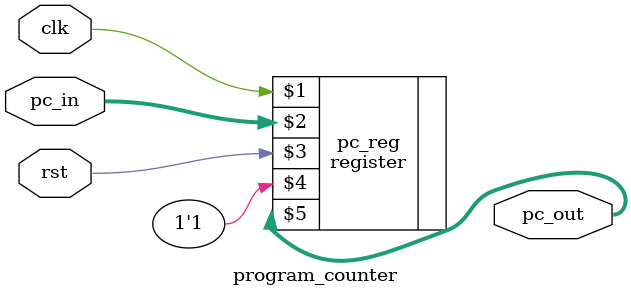
<source format=v>
`timescale 1ns / 1ps
/*******************************************************************

*

* Module: program_counter.v

* Project: RISC-V FPGA Implementation and Testing 

* Author: 

* Ahmed Ibrahim  ahmeddibrahim@aucegypt.edu

* Abd El-Salam   solomspd@aucegypt.edu

* Andrew Kamal   andrewk.kamal@aucegypt.edu

* Rinal Mohamed  rinalmohamed@aucegypt.edu

* Description: This module just creates one instance of a *program_counter that creates a register for the pc with clk, reset, and pc_in as inputs. pc_out is its only output.
*

* Change history: 09/17/2019 03:07:59 PM - Module created by Abd *El-Salam in the lab

* 10/24/19 – Ahmed, Andrew, Abd El-Salam, and Rinal worked on the *module to make it compatible with the other modules modified in *the sources files

* 10/29/19- Ahmed, Andrew, Abd El-Salam, and Rinal made the final modificaions to the module

*

**********************************************************************/


module program_counter(input clk, input rst, input [31:0]pc_in, output [31:0]pc_out);
    register pc_reg (clk, pc_in, rst, 1'b1, pc_out);
endmodule

</source>
